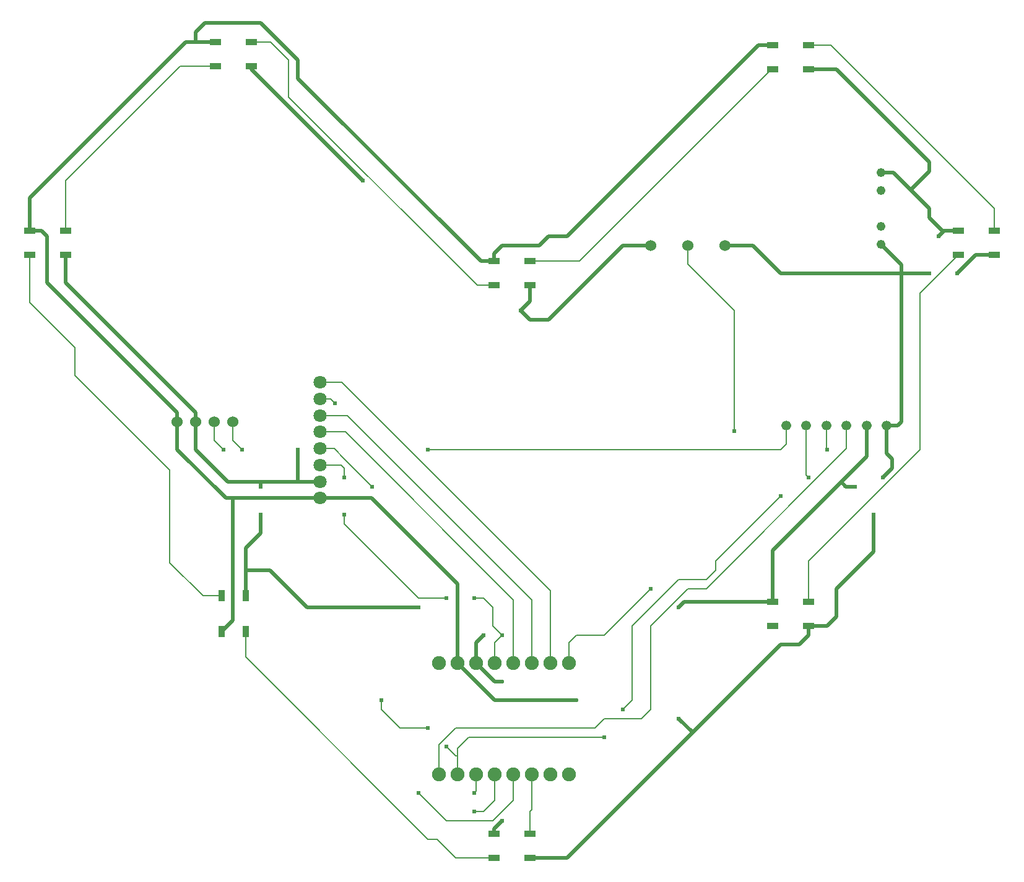
<source format=gbr>
%TF.GenerationSoftware,KiCad,Pcbnew,8.0.3*%
%TF.CreationDate,2024-07-09T17:09:24+02:00*%
%TF.ProjectId,eirini2,65697269-6e69-4322-9e6b-696361645f70,1.0*%
%TF.SameCoordinates,Original*%
%TF.FileFunction,Copper,L1,Top*%
%TF.FilePolarity,Positive*%
%FSLAX46Y46*%
G04 Gerber Fmt 4.6, Leading zero omitted, Abs format (unit mm)*
G04 Created by KiCad (PCBNEW 8.0.3) date 2024-07-09 17:09:24*
%MOMM*%
%LPD*%
G01*
G04 APERTURE LIST*
%TA.AperFunction,ComponentPad*%
%ADD10C,1.230000*%
%TD*%
%TA.AperFunction,SMDPad,CuDef*%
%ADD11R,0.900000X1.500000*%
%TD*%
%TA.AperFunction,SMDPad,CuDef*%
%ADD12R,1.500000X0.900000*%
%TD*%
%TA.AperFunction,ComponentPad*%
%ADD13C,1.524000*%
%TD*%
%TA.AperFunction,ComponentPad*%
%ADD14C,1.905000*%
%TD*%
%TA.AperFunction,ComponentPad*%
%ADD15C,1.325926*%
%TD*%
%TA.AperFunction,ComponentPad*%
%ADD16C,1.800000*%
%TD*%
%TA.AperFunction,ViaPad*%
%ADD17C,0.610000*%
%TD*%
%TA.AperFunction,ViaPad*%
%ADD18C,0.600000*%
%TD*%
%TA.AperFunction,Conductor*%
%ADD19C,0.508000*%
%TD*%
%TA.AperFunction,Conductor*%
%ADD20C,0.152400*%
%TD*%
%TA.AperFunction,Conductor*%
%ADD21C,0.127000*%
%TD*%
G04 APERTURE END LIST*
D10*
%TO.P,TP4057,+,+*%
%TO.N,unconnected-(TP4057-Pad+)*%
X136920000Y-41990000D03*
%TO.P,TP4057,-,-*%
%TO.N,unconnected-(TP4057-Pad-)*%
X136920000Y-46910000D03*
%TO.P,TP4057,OUT+,OUT+*%
%TO.N,Net-(D1-VDD)*%
X136920000Y-39530000D03*
%TO.P,TP4057,OUT-,OUT-*%
%TO.N,Net-(D1-VSS)*%
X136920000Y-49370000D03*
%TD*%
D11*
%TO.P,D2,1,VDD*%
%TO.N,Net-(D1-VDD)*%
X50000000Y-97500000D03*
%TO.P,D2,2,DOUT*%
%TO.N,Net-(D2-DOUT)*%
X46700000Y-97500000D03*
%TO.P,D2,3,VSS*%
%TO.N,Net-(D1-VSS)*%
X46700000Y-102400000D03*
%TO.P,D2,4,DIN*%
%TO.N,Net-(D1-DOUT)*%
X50000000Y-102400000D03*
%TD*%
D12*
%TO.P,D1,1,VDD*%
%TO.N,Net-(D1-VDD)*%
X84000000Y-130050000D03*
%TO.P,D1,2,DOUT*%
%TO.N,Net-(D1-DOUT)*%
X84000000Y-133350000D03*
%TO.P,D1,3,VSS*%
%TO.N,Net-(D1-VSS)*%
X88900000Y-133350000D03*
%TO.P,D1,4,DIN*%
%TO.N,Net-(D1-DIN)*%
X88900000Y-130050000D03*
%TD*%
%TO.P,D5,1,VDD*%
%TO.N,Net-(D1-VDD)*%
X88900000Y-54990000D03*
%TO.P,D5,2,DOUT*%
%TO.N,Net-(D5-DOUT)*%
X88900000Y-51690000D03*
%TO.P,D5,3,VSS*%
%TO.N,Net-(D1-VSS)*%
X84000000Y-51690000D03*
%TO.P,D5,4,DIN*%
%TO.N,Net-(D4-DOUT)*%
X84000000Y-54990000D03*
%TD*%
%TO.P,D8,1,VDD*%
%TO.N,Net-(D1-VDD)*%
X122100000Y-98300000D03*
%TO.P,D8,2,DOUT*%
%TO.N,unconnected-(D8-DOUT-Pad2)*%
X122100000Y-101600000D03*
%TO.P,D8,3,VSS*%
%TO.N,Net-(D1-VSS)*%
X127000000Y-101600000D03*
%TO.P,D8,4,DIN*%
%TO.N,Net-(D7-DOUT)*%
X127000000Y-98300000D03*
%TD*%
D13*
%TO.P,DS1,GND,GND*%
%TO.N,Net-(D1-VSS)*%
X40640000Y-73660000D03*
%TO.P,DS1,SCL,SCL*%
%TO.N,Net-(U2-GPIO9)*%
X48260000Y-73660000D03*
%TO.P,DS1,SDA,SDA*%
%TO.N,Net-(U2-GPIO8)*%
X45720000Y-73660000D03*
%TO.P,DS1,VCC,VCC*%
%TO.N,Net-(D1-VDD)*%
X43180000Y-73660000D03*
%TD*%
D14*
%TO.P,U2,0,GPIO0*%
%TO.N,Net-(U2-GPIO0)*%
X94240000Y-106680000D03*
%TO.P,U2,1,GPIO1*%
%TO.N,Net-(U2-GPIO1)*%
X91700000Y-106680000D03*
%TO.P,U2,2,GPIO2*%
%TO.N,Net-(U2-GPIO2)*%
X89160000Y-106680000D03*
%TO.P,U2,3,GPIO3*%
%TO.N,Net-(U2-GPIO3)*%
X86620000Y-106680000D03*
%TO.P,U2,3.3,3V3*%
%TO.N,Net-(D1-VDD)*%
X81540000Y-106680000D03*
%TO.P,U2,4,GPIO4*%
%TO.N,Net-(U2-GPIO4)*%
X84080000Y-106680000D03*
%TO.P,U2,5,GPIO5*%
%TO.N,Net-(U2-GPIO5)*%
X76460000Y-121920000D03*
%TO.P,U2,5V,5V*%
%TO.N,unconnected-(U2-Pad5V)*%
X76460000Y-106680000D03*
%TO.P,U2,6,GPIO6*%
%TO.N,Net-(U2-GPIO6)*%
X79000000Y-121920000D03*
%TO.P,U2,7,GPIO7*%
%TO.N,Net-(U2-GPIO7)*%
X81540000Y-121920000D03*
%TO.P,U2,8,GPIO8*%
%TO.N,Net-(U2-GPIO8)*%
X84080000Y-121920000D03*
%TO.P,U2,9,GPIO9*%
%TO.N,Net-(U2-GPIO9)*%
X86620000Y-121920000D03*
%TO.P,U2,10,GPIO10*%
%TO.N,Net-(D1-DIN)*%
X89160000Y-121920000D03*
%TO.P,U2,20,GPIO20*%
%TO.N,unconnected-(U2-GPIO20-Pad20)*%
X91700000Y-121920000D03*
%TO.P,U2,21,GPIO21*%
%TO.N,unconnected-(U2-GPIO21-Pad21)*%
X94240000Y-121920000D03*
%TO.P,U2,G,GND*%
%TO.N,Net-(D1-VSS)*%
X79000000Y-106680000D03*
%TD*%
D12*
%TO.P,D3,1,VDD*%
%TO.N,Net-(D1-VDD)*%
X25400000Y-50800000D03*
%TO.P,D3,2,DOUT*%
%TO.N,Net-(D3-DOUT)*%
X25400000Y-47500000D03*
%TO.P,D3,3,VSS*%
%TO.N,Net-(D1-VSS)*%
X20500000Y-47500000D03*
%TO.P,D3,4,DIN*%
%TO.N,Net-(D2-DOUT)*%
X20500000Y-50800000D03*
%TD*%
%TO.P,D7,1,VDD*%
%TO.N,Net-(D1-VDD)*%
X147500000Y-47500000D03*
%TO.P,D7,2,DOUT*%
%TO.N,Net-(D7-DOUT)*%
X147500000Y-50800000D03*
%TO.P,D7,3,VSS*%
%TO.N,Net-(D1-VSS)*%
X152400000Y-50800000D03*
%TO.P,D7,4,DIN*%
%TO.N,Net-(D6-DOUT)*%
X152400000Y-47500000D03*
%TD*%
%TO.P,D4,1,VDD*%
%TO.N,Net-(D1-VDD)*%
X50800000Y-25000000D03*
%TO.P,D4,2,DOUT*%
%TO.N,Net-(D4-DOUT)*%
X50800000Y-21700000D03*
%TO.P,D4,3,VSS*%
%TO.N,Net-(D1-VSS)*%
X45900000Y-21700000D03*
%TO.P,D4,4,DIN*%
%TO.N,Net-(D3-DOUT)*%
X45900000Y-25000000D03*
%TD*%
D13*
%TO.P,RV1,GND,GND*%
%TO.N,Net-(D1-VSS)*%
X115570000Y-49530000D03*
%TO.P,RV1,OUT,OUT*%
%TO.N,Net-(U2-GPIO0)*%
X110490000Y-49530000D03*
%TO.P,RV1,VCC,VCC*%
%TO.N,Net-(D1-VDD)*%
X105410000Y-49530000D03*
%TD*%
D12*
%TO.P,D6,1,VDD*%
%TO.N,Net-(D1-VDD)*%
X127000000Y-25400000D03*
%TO.P,D6,2,DOUT*%
%TO.N,Net-(D6-DOUT)*%
X127000000Y-22100000D03*
%TO.P,D6,3,VSS*%
%TO.N,Net-(D1-VSS)*%
X122100000Y-22100000D03*
%TO.P,D6,4,DIN*%
%TO.N,Net-(D5-DOUT)*%
X122100000Y-25400000D03*
%TD*%
D15*
%TO.P,SD1,CS,CS*%
%TO.N,Net-(U2-GPIO7)*%
X123925385Y-74194615D03*
%TO.P,SD1,GND,GND*%
%TO.N,Net-(D1-VSS)*%
X137694615Y-74194615D03*
%TO.P,SD1,MISO,MISO*%
%TO.N,Net-(U2-GPIO5)*%
X132186923Y-74194615D03*
%TO.P,SD1,MOSI,MOSI*%
%TO.N,Net-(U2-GPIO6)*%
X129433077Y-74194615D03*
%TO.P,SD1,SCK,SCK*%
%TO.N,Net-(U2-GPIO4)*%
X126679231Y-74194615D03*
%TO.P,SD1,VCC,VCC*%
%TO.N,Net-(D1-VDD)*%
X134940769Y-74194615D03*
%TD*%
D16*
%TO.P,TFT1,CS,CS*%
%TO.N,Net-(U2-GPIO7)*%
X60156662Y-70533335D03*
%TO.P,TFT1,GND,GND*%
%TO.N,Net-(D1-VSS)*%
X60156662Y-84133331D03*
%TO.P,TFT1,LEDA,LEDA*%
%TO.N,Net-(U2-GPIO1)*%
X60156674Y-68266669D03*
%TO.P,TFT1,RES,RES*%
%TO.N,Net-(U2-GPIO3)*%
X60156674Y-75066667D03*
%TO.P,TFT1,RS,RS*%
%TO.N,Net-(U2-GPIO2)*%
X60156674Y-72800001D03*
%TO.P,TFT1,SCK,SCK*%
%TO.N,Net-(U2-GPIO4)*%
X60156674Y-79599999D03*
%TO.P,TFT1,SDA,SDA*%
%TO.N,Net-(U2-GPIO6)*%
X60156662Y-77333333D03*
%TO.P,TFT1,VCC,VCC*%
%TO.N,Net-(D1-VDD)*%
X60156674Y-81866665D03*
%TD*%
D17*
%TO.N,Net-(D1-VDD)*%
X133350000Y-82550000D03*
X85090000Y-128270000D03*
X52070000Y-86360000D03*
X52070000Y-82550000D03*
D18*
X109220000Y-99060000D03*
D17*
X66040000Y-40640000D03*
X57150000Y-77470000D03*
X82550000Y-102870000D03*
X87630000Y-58420000D03*
X144780000Y-48260000D03*
X73660000Y-99060000D03*
D18*
X85090000Y-109220000D03*
D17*
%TO.N,Net-(D1-VSS)*%
X109220000Y-114300000D03*
X137160000Y-81280000D03*
X147320000Y-53340000D03*
D18*
X95250000Y-111760000D03*
D17*
X135890000Y-86360000D03*
X143510000Y-53340000D03*
%TO.N,Net-(U2-GPIO4)*%
X81280000Y-97790000D03*
X85090000Y-102870000D03*
X127000000Y-81280000D03*
X63500000Y-86360000D03*
X63500000Y-81280000D03*
X77470000Y-97790000D03*
%TO.N,Net-(U2-GPIO6)*%
X101600000Y-113030000D03*
X77470000Y-118110000D03*
X99060000Y-116840000D03*
X123190000Y-83820000D03*
X74930000Y-115570000D03*
X67310000Y-82550000D03*
X129540000Y-77470000D03*
X68580000Y-111760000D03*
%TO.N,Net-(U2-GPIO7)*%
X62230000Y-71120000D03*
X74930000Y-77470000D03*
X81280000Y-124460000D03*
%TO.N,Net-(U2-GPIO0)*%
X116840000Y-74930000D03*
X105410000Y-96520000D03*
%TO.N,Net-(U2-GPIO8)*%
X46990000Y-77470000D03*
X81280000Y-127000000D03*
%TO.N,Net-(U2-GPIO9)*%
X73660000Y-124460000D03*
X49530000Y-77470000D03*
%TD*%
D19*
%TO.N,Net-(D1-VDD)*%
X140970000Y-41910000D02*
X143510000Y-39370000D01*
X50800000Y-25400000D02*
X66040000Y-40640000D01*
X109980000Y-98300000D02*
X122100000Y-98300000D01*
X143510000Y-38100000D02*
X130810000Y-25400000D01*
X50000000Y-97500000D02*
X50000000Y-93980000D01*
X50000000Y-90970000D02*
X50800000Y-90170000D01*
X143510000Y-45720000D02*
X143510000Y-44450000D01*
X25400000Y-50800000D02*
X25400000Y-54610000D01*
X53340000Y-93980000D02*
X50000000Y-93980000D01*
X52070000Y-82550000D02*
X52070000Y-81866665D01*
X134940769Y-78419231D02*
X134940769Y-76200000D01*
X57150000Y-81866665D02*
X60156674Y-81866665D01*
X122100000Y-98300000D02*
X122100000Y-91260000D01*
X147500000Y-47500000D02*
X145540000Y-47500000D01*
X145540000Y-47500000D02*
X144780000Y-48260000D01*
X73660000Y-99060000D02*
X58420000Y-99060000D01*
X131445000Y-81915000D02*
X134940769Y-78419231D01*
X25400000Y-54610000D02*
X43180000Y-72390000D01*
X145540000Y-47500000D02*
X145290000Y-47500000D01*
X81540000Y-103880000D02*
X82550000Y-102870000D01*
X84080000Y-109220000D02*
X85090000Y-109220000D01*
X88900000Y-57150000D02*
X87630000Y-58420000D01*
X101600000Y-49530000D02*
X105410000Y-49530000D01*
X58420000Y-99060000D02*
X53340000Y-93980000D01*
X47576665Y-81866665D02*
X52070000Y-81866665D01*
X84000000Y-129360000D02*
X85090000Y-128270000D01*
X134940769Y-76200000D02*
X134940769Y-74194615D01*
X52070000Y-88900000D02*
X52070000Y-86360000D01*
X57150000Y-77470000D02*
X57150000Y-81866665D01*
X122100000Y-91260000D02*
X131445000Y-81915000D01*
X138590000Y-39530000D02*
X136920000Y-39530000D01*
X43180000Y-73660000D02*
X43180000Y-77470000D01*
X143510000Y-39370000D02*
X143510000Y-38100000D01*
X133350000Y-82550000D02*
X132080000Y-82550000D01*
X88900000Y-59690000D02*
X91440000Y-59690000D01*
X52070000Y-81866665D02*
X57150000Y-81866665D01*
X88900000Y-54990000D02*
X88900000Y-57150000D01*
X91440000Y-59690000D02*
X101600000Y-49530000D01*
X50000000Y-93980000D02*
X50000000Y-90970000D01*
X43180000Y-77470000D02*
X47576665Y-81866665D01*
X50800000Y-25000000D02*
X50800000Y-25400000D01*
X43180000Y-72390000D02*
X43180000Y-73660000D01*
X81540000Y-106680000D02*
X81540000Y-103880000D01*
X130810000Y-25400000D02*
X127000000Y-25400000D01*
X132080000Y-82550000D02*
X131445000Y-81915000D01*
X50800000Y-90170000D02*
X52070000Y-88900000D01*
X145290000Y-47500000D02*
X143510000Y-45720000D01*
X143510000Y-44450000D02*
X140970000Y-41910000D01*
X109220000Y-99060000D02*
X109980000Y-98300000D01*
X84000000Y-130050000D02*
X84000000Y-129360000D01*
X140970000Y-41910000D02*
X138590000Y-39530000D01*
X87630000Y-58420000D02*
X88900000Y-59690000D01*
X81540000Y-106680000D02*
X84080000Y-109220000D01*
D20*
%TO.N,Net-(D1-DIN)*%
X89160000Y-121920000D02*
X89160000Y-126740000D01*
X89160000Y-126740000D02*
X88900000Y-127000000D01*
X88900000Y-127000000D02*
X88900000Y-130050000D01*
%TO.N,Net-(D1-DOUT)*%
X50000000Y-102400000D02*
X50000000Y-105880000D01*
X76200000Y-130810000D02*
X78740000Y-133350000D01*
X74930000Y-130810000D02*
X76200000Y-130810000D01*
X78740000Y-133350000D02*
X84000000Y-133350000D01*
X50000000Y-105880000D02*
X74930000Y-130810000D01*
D19*
%TO.N,Net-(D1-VSS)*%
X57150000Y-26670000D02*
X57150000Y-24130000D01*
X152400000Y-50800000D02*
X149860000Y-50800000D01*
X93980000Y-48260000D02*
X91440000Y-48260000D01*
X139700000Y-53340000D02*
X139700000Y-52150000D01*
X43180000Y-21700000D02*
X41800000Y-21700000D01*
X84000000Y-51690000D02*
X82170000Y-51690000D01*
X119380000Y-49530000D02*
X115570000Y-49530000D01*
X149860000Y-50800000D02*
X147320000Y-53340000D01*
X130810000Y-96520000D02*
X130810000Y-100330000D01*
X67251357Y-84133331D02*
X79000000Y-95881974D01*
X48260000Y-84133331D02*
X60156662Y-84133331D01*
X137694615Y-78004615D02*
X138430000Y-78740000D01*
X123190000Y-53340000D02*
X119380000Y-49530000D01*
X46700000Y-102400000D02*
X48260000Y-100840000D01*
X138430000Y-78740000D02*
X138430000Y-80010000D01*
X48260000Y-100840000D02*
X48260000Y-84133331D01*
X52070000Y-19050000D02*
X44450000Y-19050000D01*
X128270000Y-101600000D02*
X127000000Y-101600000D01*
X40640000Y-73660000D02*
X40640000Y-72390000D01*
X120140000Y-22100000D02*
X93980000Y-48260000D01*
X139700000Y-52150000D02*
X136920000Y-49370000D01*
X135890000Y-91440000D02*
X130810000Y-96520000D01*
X84000000Y-50620000D02*
X84000000Y-51690000D01*
X22100000Y-47500000D02*
X20500000Y-47500000D01*
X139165385Y-74194615D02*
X139700000Y-73660000D01*
X139700000Y-73660000D02*
X139700000Y-53340000D01*
X139700000Y-53340000D02*
X123190000Y-53340000D01*
X82170000Y-51690000D02*
X57150000Y-26670000D01*
X40640000Y-72390000D02*
X22860000Y-54610000D01*
X47303331Y-84133331D02*
X48260000Y-84133331D01*
X44450000Y-19050000D02*
X43180000Y-20320000D01*
X57150000Y-24130000D02*
X52070000Y-19050000D01*
X45900000Y-21700000D02*
X43180000Y-21700000D01*
X41800000Y-21700000D02*
X20500000Y-43000000D01*
X109220000Y-114300000D02*
X111125000Y-116205000D01*
X90170000Y-49530000D02*
X85090000Y-49530000D01*
X127000000Y-101600000D02*
X127000000Y-102870000D01*
X143510000Y-53340000D02*
X139700000Y-53340000D01*
X40640000Y-77470000D02*
X47303331Y-84133331D01*
X22860000Y-48260000D02*
X22100000Y-47500000D01*
X79000000Y-95881974D02*
X79000000Y-106680000D01*
X129540000Y-101600000D02*
X128270000Y-101600000D01*
X122100000Y-22100000D02*
X120140000Y-22100000D01*
X137694615Y-74194615D02*
X137694615Y-78004615D01*
X40640000Y-73660000D02*
X40640000Y-77470000D01*
X88900000Y-133350000D02*
X93980000Y-133350000D01*
X60156662Y-84133331D02*
X67251357Y-84133331D01*
X125730000Y-104140000D02*
X123190000Y-104140000D01*
X111125000Y-116205000D02*
X123190000Y-104140000D01*
X135890000Y-86360000D02*
X135890000Y-91440000D01*
X43180000Y-20320000D02*
X43180000Y-21700000D01*
X127000000Y-102870000D02*
X125730000Y-104140000D01*
X130810000Y-100330000D02*
X129540000Y-101600000D01*
X20500000Y-43000000D02*
X20500000Y-47500000D01*
X138430000Y-80010000D02*
X137160000Y-81280000D01*
X79000000Y-106680000D02*
X84080000Y-111760000D01*
X137694615Y-74194615D02*
X139165385Y-74194615D01*
X85090000Y-49530000D02*
X84000000Y-50620000D01*
X84080000Y-111760000D02*
X95250000Y-111760000D01*
X93980000Y-133350000D02*
X111125000Y-116205000D01*
X22860000Y-54610000D02*
X22860000Y-48260000D01*
X91440000Y-48260000D02*
X90170000Y-49530000D01*
D20*
%TO.N,Net-(D2-DOUT)*%
X26670000Y-67310000D02*
X26670000Y-63500000D01*
X39649400Y-92989400D02*
X39649400Y-80289400D01*
X20500000Y-57330000D02*
X20500000Y-50800000D01*
X44160000Y-97500000D02*
X39649400Y-92989400D01*
X39649400Y-80289400D02*
X26670000Y-67310000D01*
X26670000Y-63500000D02*
X20500000Y-57330000D01*
X46700000Y-97500000D02*
X44160000Y-97500000D01*
%TO.N,Net-(D3-DOUT)*%
X45900000Y-25000000D02*
X41040000Y-25000000D01*
X41040000Y-25000000D02*
X25400000Y-40640000D01*
X25400000Y-40640000D02*
X25400000Y-47500000D01*
%TO.N,Net-(D4-DOUT)*%
X55880000Y-24130000D02*
X53450000Y-21700000D01*
X53450000Y-21700000D02*
X50800000Y-21700000D01*
X84000000Y-54990000D02*
X81660000Y-54990000D01*
X81660000Y-54990000D02*
X55880000Y-29210000D01*
X55880000Y-29210000D02*
X55880000Y-24130000D01*
%TO.N,Net-(D5-DOUT)*%
X95630000Y-51690000D02*
X121920000Y-25400000D01*
X88900000Y-51690000D02*
X95630000Y-51690000D01*
X121920000Y-25400000D02*
X122100000Y-25400000D01*
%TO.N,Net-(D6-DOUT)*%
X127000000Y-22100000D02*
X130050000Y-22100000D01*
X130050000Y-22100000D02*
X152400000Y-44450000D01*
X152400000Y-44450000D02*
X152400000Y-47500000D01*
%TO.N,Net-(D7-DOUT)*%
X142240000Y-56060000D02*
X142240000Y-77470000D01*
X142240000Y-77470000D02*
X127000000Y-92710000D01*
X147500000Y-50800000D02*
X142240000Y-56060000D01*
X127000000Y-92710000D02*
X127000000Y-98300000D01*
%TO.N,Net-(U2-GPIO4)*%
X127000000Y-81280000D02*
X126679231Y-80959231D01*
X126679231Y-80959231D02*
X126679231Y-74194615D01*
X82550000Y-97790000D02*
X83820000Y-99060000D01*
X81280000Y-97790000D02*
X82550000Y-97790000D01*
X63500000Y-86360000D02*
X63500000Y-87630000D01*
X63500000Y-87630000D02*
X73660000Y-97790000D01*
X83820000Y-99060000D02*
X83820000Y-101600000D01*
X73660000Y-97790000D02*
X77470000Y-97790000D01*
X84080000Y-103880000D02*
X85090000Y-102870000D01*
X63500000Y-80010000D02*
X63500000Y-81280000D01*
X63089999Y-79599999D02*
X63500000Y-80010000D01*
X83820000Y-101600000D02*
X85090000Y-102870000D01*
X60156674Y-79599999D02*
X63089999Y-79599999D01*
X84080000Y-106680000D02*
X84080000Y-103880000D01*
%TO.N,Net-(U2-GPIO6)*%
X114300000Y-92710000D02*
X114300000Y-93980000D01*
X114300000Y-93980000D02*
X113030000Y-95250000D01*
X66040000Y-81280000D02*
X67310000Y-82550000D01*
X101600000Y-113030000D02*
X102870000Y-111760000D01*
X109220000Y-95250000D02*
X104140000Y-100330000D01*
X79000000Y-118370000D02*
X80530000Y-116840000D01*
X79000000Y-119380000D02*
X78740000Y-119380000D01*
X104140000Y-100330000D02*
X102870000Y-101600000D01*
X68580000Y-113030000D02*
X71120000Y-115570000D01*
X60156662Y-77333333D02*
X62093333Y-77333333D01*
X129433077Y-74194615D02*
X129433077Y-77363077D01*
X62093333Y-77333333D02*
X63500000Y-78740000D01*
X123190000Y-83820000D02*
X114300000Y-92710000D01*
X129433077Y-77363077D02*
X129540000Y-77470000D01*
X102870000Y-101600000D02*
X102870000Y-111760000D01*
X79000000Y-121920000D02*
X79000000Y-120650000D01*
X63500000Y-78740000D02*
X66040000Y-81280000D01*
X68580000Y-111760000D02*
X68580000Y-113030000D01*
X71120000Y-115570000D02*
X74930000Y-115570000D01*
X113030000Y-95250000D02*
X109220000Y-95250000D01*
X79000000Y-119380000D02*
X79000000Y-118370000D01*
X78740000Y-119380000D02*
X77470000Y-118110000D01*
X80530000Y-116840000D02*
X99060000Y-116840000D01*
X79000000Y-120650000D02*
X79000000Y-119380000D01*
%TO.N,Net-(U2-GPIO7)*%
X123190000Y-77470000D02*
X74930000Y-77470000D01*
X81540000Y-121920000D02*
X81540000Y-124200000D01*
X81540000Y-124200000D02*
X81280000Y-124460000D01*
X61643335Y-70533335D02*
X62230000Y-71120000D01*
X123925385Y-76734615D02*
X123190000Y-77470000D01*
X123925385Y-74194615D02*
X123925385Y-76734615D01*
X60156662Y-70533335D02*
X61643335Y-70533335D01*
%TO.N,Net-(U2-GPIO3)*%
X60156674Y-75066667D02*
X63636667Y-75066667D01*
X63636667Y-75066667D02*
X86620000Y-98050000D01*
X86620000Y-98050000D02*
X86620000Y-106680000D01*
%TO.N,Net-(U2-GPIO2)*%
X60156674Y-72800001D02*
X63910001Y-72800001D01*
X63910001Y-72800001D02*
X89160000Y-98050000D01*
X89160000Y-98050000D02*
X89160000Y-106680000D01*
D21*
%TO.N,Net-(U2-GPIO0)*%
X94240000Y-103880000D02*
X95250000Y-102870000D01*
X105410000Y-96520000D02*
X99060000Y-102870000D01*
X116840000Y-58420000D02*
X116840000Y-74930000D01*
X110490000Y-52070000D02*
X116840000Y-58420000D01*
X110490000Y-49530000D02*
X110490000Y-52070000D01*
X94240000Y-106680000D02*
X94240000Y-103880000D01*
X95250000Y-102870000D02*
X96520000Y-102870000D01*
X99060000Y-102870000D02*
X96520000Y-102870000D01*
D20*
%TO.N,Net-(U2-GPIO1)*%
X91700000Y-96780000D02*
X91700000Y-106680000D01*
X63186669Y-68266669D02*
X91700000Y-96780000D01*
X60156674Y-68266669D02*
X63186669Y-68266669D01*
%TO.N,Net-(U2-GPIO5)*%
X76460000Y-121920000D02*
X76460000Y-117850000D01*
X132186923Y-77363077D02*
X132186923Y-74194615D01*
X113030000Y-96520000D02*
X132186923Y-77363077D01*
X97790000Y-115570000D02*
X99060000Y-114300000D01*
X104140000Y-114300000D02*
X105410000Y-113030000D01*
X99060000Y-114300000D02*
X104140000Y-114300000D01*
X105410000Y-101600000D02*
X110490000Y-96520000D01*
X105410000Y-113030000D02*
X105410000Y-101600000D01*
X78740000Y-115570000D02*
X97790000Y-115570000D01*
X76460000Y-117850000D02*
X78740000Y-115570000D01*
X110490000Y-96520000D02*
X113030000Y-96520000D01*
%TO.N,Net-(U2-GPIO8)*%
X45720000Y-73660000D02*
X45720000Y-76200000D01*
X82550000Y-127000000D02*
X84080000Y-125470000D01*
X81280000Y-127000000D02*
X82550000Y-127000000D01*
X84080000Y-125470000D02*
X84080000Y-121920000D01*
X45720000Y-76200000D02*
X46990000Y-77470000D01*
%TO.N,Net-(U2-GPIO9)*%
X77470000Y-128270000D02*
X73660000Y-124460000D01*
X48260000Y-73660000D02*
X48260000Y-76200000D01*
X86620000Y-125470000D02*
X83820000Y-128270000D01*
X48260000Y-76200000D02*
X49530000Y-77470000D01*
X86620000Y-121920000D02*
X86620000Y-125470000D01*
X83820000Y-128270000D02*
X77470000Y-128270000D01*
%TD*%
M02*

</source>
